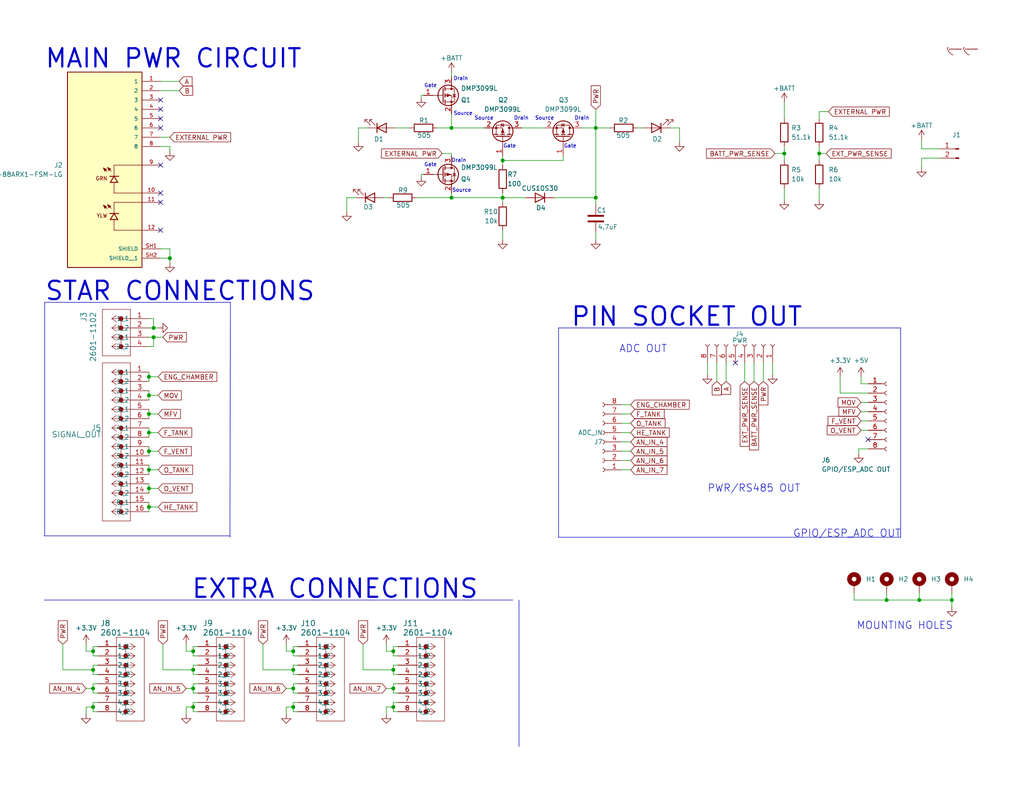
<source format=kicad_sch>
(kicad_sch (version 20250114) (generator "eeschema") (generator_version "9.0")
  (paper "A")
  (lib_symbols
    (symbol "2601_1102:2601-1102" (pin_names (offset 0.254))
      (property "Reference" "J" (at 8.89 6.35 0))
      (property "Value" "2601-1102" (at 0 0 0))
      (symbol "2601-1102_1_1"
        (pin unspecified line (at 0 0 0) (length 5.08) (name "1_1") (number "1"))
        (pin unspecified line (at 0 -2.54 0) (length 5.08) (name "1_2") (number "2"))
        (pin unspecified line (at 0 -5.08 0) (length 5.08) (name "2_1") (number "3"))
        (pin unspecified line (at 0 -7.62 0) (length 5.08) (name "2_2") (number "4"))
      )
    )
    (symbol "2601_1104:2601-1104" (pin_names (offset 0.254))
      (property "Reference" "J" (at 8.89 6.35 0))
      (property "Value" "2601-1104" (at 0 0 0))
      (symbol "2601-1104_1_1"
        (pin unspecified line (at 0 0 0) (length 5.08) (name "1_1") (number "1"))
        (pin unspecified line (at 0 -2.54 0) (length 5.08) (name "1_2") (number "2"))
        (pin unspecified line (at 0 -5.08 0) (length 5.08) (name "2_1") (number "3"))
        (pin unspecified line (at 0 -7.62 0) (length 5.08) (name "2_2") (number "4"))
        (pin unspecified line (at 0 -10.16 0) (length 5.08) (name "3_1") (number "5"))
        (pin unspecified line (at 0 -12.7 0) (length 5.08) (name "3_2") (number "6"))
        (pin unspecified line (at 0 -15.24 0) (length 5.08) (name "4_1") (number "7"))
        (pin unspecified line (at 0 -17.78 0) (length 5.08) (name "4_2") (number "8"))
      )
      (symbol "2601-1104_1_2"
        (pin unspecified line (at 0 0 0) (length 5.08) (name "1_1") (number "1"))
        (pin unspecified line (at 0 -2.54 0) (length 5.08) (name "1_2") (number "2"))
        (pin unspecified line (at 0 -5.08 0) (length 5.08) (name "2_1") (number "3"))
        (pin unspecified line (at 0 -7.62 0) (length 5.08) (name "2_2") (number "4"))
        (pin unspecified line (at 0 -10.16 0) (length 5.08) (name "3_1") (number "5"))
        (pin unspecified line (at 0 -12.7 0) (length 5.08) (name "3_2") (number "6"))
        (pin unspecified line (at 0 -15.24 0) (length 5.08) (name "4_1") (number "7"))
        (pin unspecified line (at 0 -17.78 0) (length 5.08) (name "4_2") (number "8"))
      )
    )
    (symbol "Connector:Conn_01x02_Pin" (pin_names (offset 1.016) (hide yes))
      (property "Reference" "J" (at 0 2.54 0))
      (property "Value" "Conn_01x02_Pin" (at 0 -5.08 0))
      (symbol "Conn_01x02_Pin_1_1"
        (pin passive line (at 5.08 0 180) (length 3.81) (name "Pin_1") (number "1"))
        (pin passive line (at 5.08 -2.54 180) (length 3.81) (name "Pin_2") (number "2"))
      )
    )
    (symbol "Connector:Conn_01x08_Socket" (pin_names (offset 1.016) (hide yes))
      (property "Reference" "J" (at 0 10.16 0))
      (property "Value" "Conn_01x08_Socket" (at 0 -12.7 0))
      (symbol "Conn_01x08_Socket_1_1"
        (pin passive line (at -5.08 7.62 0) (length 3.81) (name "Pin_1") (number "1"))
        (pin passive line (at -5.08 5.08 0) (length 3.81) (name "Pin_2") (number "2"))
        (pin passive line (at -5.08 2.54 0) (length 3.81) (name "Pin_3") (number "3"))
        (pin passive line (at -5.08 0 0) (length 3.81) (name "Pin_4") (number "4"))
        (pin passive line (at -5.08 -2.54 0) (length 3.81) (name "Pin_5") (number "5"))
        (pin passive line (at -5.08 -5.08 0) (length 3.81) (name "Pin_6") (number "6"))
        (pin passive line (at -5.08 -7.62 0) (length 3.81) (name "Pin_7") (number "7"))
        (pin passive line (at -5.08 -10.16 0) (length 3.81) (name "Pin_8") (number "8"))
      )
    )
    (symbol "Device:C" (pin_numbers (hide yes)) (pin_names (offset 0.254))
      (property "Reference" "C" (at 0.635 2.54 0))
      (property "Value" "C" (at 0.635 -2.54 0))
      (symbol "C_1_1"
        (pin passive line (at 0 3.81 270) (length 2.794) (name "~") (number "1"))
        (pin passive line (at 0 -3.81 90) (length 2.794) (name "~") (number "2"))
      )
    )
    (symbol "Device:D" (pin_numbers (hide yes)) (pin_names (offset 1.016) (hide yes))
      (property "Reference" "D" (at 0 2.54 0))
      (property "Value" "D" (at 0 -2.54 0))
      (symbol "D_1_1"
        (pin passive line (at -3.81 0 0) (length 2.54) (name "K") (number "1"))
        (pin passive line (at 3.81 0 180) (length 2.54) (name "A") (number "2"))
      )
    )
    (symbol "Device:LED" (pin_numbers (hide yes)) (pin_names (offset 1.016) (hide yes))
      (property "Reference" "D" (at 0 2.54 0))
      (property "Value" "LED" (at 0 -2.54 0))
      (symbol "LED_1_1"
        (pin passive line (at -3.81 0 0) (length 2.54) (name "K") (number "1"))
        (pin passive line (at 3.81 0 180) (length 2.54) (name "A") (number "2"))
      )
    )
    (symbol "Device:Q_PMOS_GSD" (pin_names (offset 0) (hide yes))
      (property "Reference" "Q" (at 5.08 1.27 0))
      (property "Value" "Q_PMOS_GSD" (at 5.08 -1.27 0))
      (symbol "Q_PMOS_GSD_1_1"
        (pin input line (at -5.08 0 0) (length 2.54) (name "G") (number "1"))
        (pin passive line (at 2.54 5.08 270) (length 2.54) (name "D") (number "3"))
        (pin passive line (at 2.54 -5.08 90) (length 2.54) (name "S") (number "2"))
      )
    )
    (symbol "Device:R" (pin_numbers (hide yes)) (pin_names (offset 0))
      (property "Reference" "R" (at 2.032 0 90))
      (property "Value" "R" (at 0 0 90))
      (symbol "R_1_1"
        (pin passive line (at 0 3.81 270) (length 1.27) (name "~") (number "1"))
        (pin passive line (at 0 -3.81 90) (length 1.27) (name "~") (number "2"))
      )
    )
    (symbol "MTJ-88ARX1-FSM-LG:MTJ-88ARX1-FSM-LG" (pin_names (offset 1.016))
      (property "Reference" "J" (at -10.16 26.67 0))
      (property "Value" "MTJ-88ARX1-FSM-LG" (at -10.16 -29.21 0))
      (symbol "MTJ-88ARX1-FSM-LG_0_0"
        (text "GRN" (at -0.762 -3.048 0) (effects (font (size 1.016 1.016)) (justify left top)))
        (text "YLW" (at -0.762 -13.208 0) (effects (font (size 1.016 1.016)) (justify left top)))
        (pin passive line (at -15.24 22.86 0) (length 5.08) (name "1") (number "1"))
        (pin passive line (at -15.24 20.32 0) (length 5.08) (name "2") (number "2"))
        (pin passive line (at -15.24 17.78 0) (length 5.08) (name "3") (number "3"))
        (pin passive line (at -15.24 15.24 0) (length 5.08) (name "4") (number "4"))
        (pin passive line (at -15.24 12.7 0) (length 5.08) (name "5") (number "5"))
        (pin passive line (at -15.24 10.16 0) (length 5.08) (name "6") (number "6"))
        (pin passive line (at -15.24 7.62 0) (length 5.08) (name "7") (number "7"))
        (pin passive line (at -15.24 5.08 0) (length 5.08) (name "8") (number "8"))
        (pin passive line (at -15.24 0 0) (length 5.08) (name "~") (number "9"))
        (pin passive line (at -15.24 -7.62 0) (length 5.08) (name "~") (number "10"))
        (pin passive line (at -15.24 -10.16 0) (length 5.08) (name "~") (number "11"))
        (pin passive line (at -15.24 -17.78 0) (length 5.08) (name "~") (number "12"))
        (pin passive line (at -15.24 -22.86 0) (length 5.08) (name "SHIELD") (number "SH1"))
        (pin passive line (at -15.24 -25.4 0) (length 5.08) (name "SHIELD__1") (number "SH2"))
      )
    )
    (symbol "Mechanical:MountingHole_Pad" (pin_numbers (hide yes)) (pin_names (offset 1.016) (hide yes))
      (property "Reference" "H" (at 0 6.35 0))
      (property "Value" "MountingHole_Pad" (at 0 4.445 0))
      (symbol "MountingHole_Pad_1_1"
        (pin input line (at 0 -2.54 90) (length 2.54) (name "1") (number "1"))
      )
    )
    (symbol "RP Logo:LOGO" (pin_names (offset 1.016)))
    (symbol "Wago_2601_1108:2601-1108" (pin_names (offset 0.254))
      (property "Reference" "J" (at 8.89 6.35 0))
      (property "Value" "2601-1108" (at 0 0 0))
      (symbol "2601-1108_1_1"
        (pin unspecified line (at 0 0 0) (length 5.08) (name "1_1") (number "1"))
        (pin unspecified line (at 0 -2.54 0) (length 5.08) (name "1_2") (number "2"))
        (pin unspecified line (at 0 -5.08 0) (length 5.08) (name "2_1") (number "3"))
        (pin unspecified line (at 0 -7.62 0) (length 5.08) (name "2_2") (number "4"))
        (pin unspecified line (at 0 -10.16 0) (length 5.08) (name "3_1") (number "5"))
        (pin unspecified line (at 0 -12.7 0) (length 5.08) (name "3_2") (number "6"))
        (pin unspecified line (at 0 -15.24 0) (length 5.08) (name "4_1") (number "7"))
        (pin unspecified line (at 0 -17.78 0) (length 5.08) (name "4_2") (number "8"))
        (pin unspecified line (at 0 -20.32 0) (length 5.08) (name "5_1") (number "9"))
        (pin unspecified line (at 0 -22.86 0) (length 5.08) (name "5_2") (number "10"))
        (pin unspecified line (at 0 -25.4 0) (length 5.08) (name "6_1") (number "11"))
        (pin unspecified line (at 0 -27.94 0) (length 5.08) (name "6_2") (number "12"))
        (pin unspecified line (at 0 -30.48 0) (length 5.08) (name "7_1") (number "13"))
        (pin unspecified line (at 0 -33.02 0) (length 5.08) (name "7_2") (number "14"))
        (pin unspecified line (at 0 -35.56 0) (length 5.08) (name "8_1") (number "15"))
        (pin unspecified line (at 0 -38.1 0) (length 5.08) (name "8_2") (number "16"))
      )
    )
    (symbol "power:+3.3V" (power) (pin_names (offset 0))
      (property "Value" "+3.3V" (at 0 3.556 0))
      (symbol "+3.3V_1_1"
        (pin power_in line (at 0 0 90) (length 0) (hide yes) (name "+3.3V") (number "1"))
      )
    )
    (symbol "power:+5V" (power) (pin_names (offset 0))
      (property "Value" "+5V" (at 0 3.556 0))
      (symbol "+5V_1_1"
        (pin power_in line (at 0 0 90) (length 0) (hide yes) (name "+5V") (number "1"))
      )
    )
    (symbol "power:+BATT" (power) (pin_numbers (hide yes)) (pin_names (offset 0) (hide yes))
      (property "Value" "+BATT" (at 0 3.556 0))
      (symbol "+BATT_1_1"
        (pin power_in line (at 0 0 90) (length 0) (name "~") (number "1"))
      )
    )
    (symbol "power:GND" (power) (pin_names (offset 0))
      (property "Value" "GND" (at 0 -3.81 0))
      (symbol "GND_1_1"
        (pin power_in line (at 0 0 270) (length 0) (hide yes) (name "GND") (number "1"))
      )
    )
  )
  (text "Gate" (at 117.475 45.085 0) (effects (font (size 1 1))))
  (text "Gate" (at 117.475 23.495 0) (effects (font (size 1 1))))
  (text "GPIO/ESP_ADC OUT" (at 245.872 146.939 0) (effects (font (size 2 2)) (justify right bottom)))
  (text "Drain" (at 125.73 21.59 0) (effects (font (size 1 1))))
  (text "Drain" (at 158.75 32.385 0) (effects (font (size 1 1))))
  (text "Source\n" (at 132.08 32.385 0) (effects (font (size 1 1))))
  (text "Source\n" (at 126.365 31.115 0) (effects (font (size 1 1))))
  (text "MOUNTING HOLES" (at 233.68 172.085 0) (effects (font (size 2 2)) (justify left bottom)))
  (text "PWR/RS485 OUT" (at 218.44 134.62 0) (effects (font (size 2 2)) (justify right bottom)))
  (text "Gate" (at 155.575 40.005 0) (effects (font (size 1 1))))
  (text "Gate" (at 139.065 40.005 0) (effects (font (size 1 1))))
  (text "MAIN PWR CIRCUIT" (at 12.065 19.05 0) (effects (font (size 5 5) (thickness 0.6) (bold yes)) (justify left bottom)))
  (text "ADC OUT" (at 168.91 96.52 0) (effects (font (size 2 2)) (justify left bottom)))
  (text "STAR CONNECTIONS" (at 12.065 82.55 0) (effects (font (size 5 5) (thickness 0.6) (bold yes)) (justify left bottom)))
  (text "EXTRA CONNECTIONS" (at 52.07 163.83 0) (effects (font (size 5 5) (thickness 0.6) (bold yes)) (justify left bottom)))
  (text "Source\n" (at 148.59 32.385 0) (effects (font (size 1 1))))
  (text "Source\n" (at 125.984 52.07 0) (effects (font (size 1 1))))
  (text "PIN SOCKET OUT" (at 155.575 89.535 0) (effects (font (size 5 5) (thickness 0.6) (bold yes)) (justify left bottom)))
  (text "Drain" (at 142.24 32.385 0) (effects (font (size 1 1))))
  (text "Drain" (at 125.222 43.942 0) (effects (font (size 1 1))))
  (junction (at 107.315 187.96))
  (junction (at 25.4 187.96))
  (junction (at 25.4 193.04))
  (junction (at 259.715 163.83))
  (junction (at 80.01 187.96))
  (junction (at 40.64 102.87))
  (junction (at 25.4 182.88))
  (junction (at 52.705 182.88))
  (junction (at 80.01 193.04))
  (junction (at 40.64 123.19))
  (junction (at 162.56 53.975))
  (junction (at 80.01 177.8))
  (junction (at 123.19 53.975))
  (junction (at 123.19 34.925))
  (junction (at 213.995 41.91))
  (junction (at 41.91 89.535))
  (junction (at 241.935 163.83))
  (junction (at 137.16 53.975))
  (junction (at 107.315 193.04))
  (junction (at 25.4 177.8))
  (junction (at 40.64 133.35))
  (junction (at 137.16 43.815))
  (junction (at 46.355 70.485))
  (junction (at 40.64 113.03))
  (junction (at 107.315 182.88))
  (junction (at 52.705 187.96))
  (junction (at 223.52 41.91))
  (junction (at 52.705 193.04))
  (junction (at 41.91 92.075))
  (junction (at 52.705 177.8))
  (junction (at 40.64 107.95))
  (junction (at 40.64 128.27))
  (junction (at 162.56 34.925))
  (junction (at 40.64 138.43))
  (junction (at 80.01 182.88))
  (junction (at 107.315 177.8))
  (junction (at 250.825 163.83))
  (junction (at 40.64 118.11))
  (no_connect (at 43.815 27.305))
  (no_connect (at 43.815 62.865))
  (no_connect (at 200.66 99.06))
  (no_connect (at 236.855 120.015))
  (no_connect (at 43.815 45.085))
  (no_connect (at 43.815 32.385))
  (no_connect (at 43.815 29.845))
  (no_connect (at 43.815 34.925))
  (no_connect (at 43.815 52.705))
  (no_connect (at 43.815 55.245))
  (wire (pts (xy 53.975 194.31) (xy 52.705 194.31)))
  (wire (pts (xy 53.975 189.23) (xy 52.705 189.23)))
  (wire (pts (xy 236.855 107.315) (xy 229.235 107.315)))
  (wire (pts (xy 52.705 179.07) (xy 52.705 177.8)))
  (wire (pts (xy 225.425 41.91) (xy 223.52 41.91)))
  (wire (pts (xy 114.935 26.035) (xy 114.935 26.67)))
  (wire (pts (xy 46.355 37.465) (xy 43.815 37.465)))
  (wire (pts (xy 40.64 106.68) (xy 40.64 107.95)))
  (wire (pts (xy 104.775 53.975) (xy 106.045 53.975)))
  (wire (pts (xy 123.19 34.925) (xy 132.08 34.925)))
  (wire (pts (xy 17.145 182.88) (xy 25.4 182.88)))
  (wire (pts (xy 213.995 27.94) (xy 213.995 32.385)))
  (wire (pts (xy 26.67 194.31) (xy 25.4 194.31)))
  (wire (pts (xy 120.65 41.91) (xy 123.19 41.91)))
  (wire (pts (xy 17.145 175.895) (xy 17.145 182.88)))
  (wire (pts (xy 213.995 43.815) (xy 213.995 41.91)))
  (wire (pts (xy 81.28 176.53) (xy 80.01 176.53)))
  (wire (pts (xy 153.67 42.545) (xy 153.67 43.815)))
  (wire (pts (xy 119.38 34.925) (xy 123.19 34.925)))
  (wire (pts (xy 43.815 67.945) (xy 46.355 67.945)))
  (wire (pts (xy 81.28 194.31) (xy 80.01 194.31)))
  (wire (pts (xy 94.615 53.975) (xy 97.155 53.975)))
  (wire (pts (xy 52.705 181.61) (xy 52.705 182.88)))
  (wire (pts (xy 25.4 181.61) (xy 25.4 182.88)))
  (polyline (pts (xy 152.4 146.685) (xy 245.745 146.685)))
  (wire (pts (xy 108.585 194.31) (xy 107.315 194.31)))
  (wire (pts (xy 40.64 137.16) (xy 40.64 138.43)))
  (wire (pts (xy 107.315 191.77) (xy 107.315 193.04)))
  (wire (pts (xy 99.06 175.895) (xy 99.06 182.88)))
  (wire (pts (xy 108.585 189.23) (xy 107.315 189.23)))
  (wire (pts (xy 50.8 194.945) (xy 50.8 193.04)))
  (wire (pts (xy 53.975 176.53) (xy 52.705 176.53)))
  (wire (pts (xy 241.935 161.925) (xy 241.935 163.83)))
  (wire (pts (xy 40.64 111.76) (xy 40.64 113.03)))
  (wire (pts (xy 46.355 70.485) (xy 46.355 71.755)))
  (wire (pts (xy 81.28 189.23) (xy 80.01 189.23)))
  (wire (pts (xy 26.67 191.77) (xy 25.4 191.77)))
  (wire (pts (xy 50.8 175.895) (xy 50.8 177.8)))
  (wire (pts (xy 53.975 181.61) (xy 52.705 181.61)))
  (wire (pts (xy 108.585 181.61) (xy 107.315 181.61)))
  (wire (pts (xy 107.315 179.07) (xy 107.315 177.8)))
  (wire (pts (xy 105.41 194.945) (xy 105.41 193.04)))
  (polyline (pts (xy 12.065 146.304) (xy 62.738 146.304)))
  (polyline (pts (xy 12.192 82.55) (xy 12.192 146.304)))
  (wire (pts (xy 40.64 118.11) (xy 40.64 119.38)))
  (wire (pts (xy 40.64 128.27) (xy 40.64 129.54)))
  (wire (pts (xy 71.755 182.88) (xy 80.01 182.88)))
  (wire (pts (xy 25.4 189.23) (xy 25.4 187.96)))
  (wire (pts (xy 250.825 161.925) (xy 250.825 163.83)))
  (wire (pts (xy 236.855 122.555) (xy 234.315 122.555)))
  (wire (pts (xy 137.16 43.815) (xy 153.67 43.815)))
  (wire (pts (xy 23.495 194.945) (xy 23.495 193.04)))
  (wire (pts (xy 81.28 191.77) (xy 80.01 191.77)))
  (wire (pts (xy 229.235 102.87) (xy 229.235 107.315)))
  (wire (pts (xy 234.95 104.775) (xy 234.95 102.87)))
  (wire (pts (xy 114.935 47.625) (xy 115.57 47.625)))
  (wire (pts (xy 151.13 53.975) (xy 162.56 53.975)))
  (wire (pts (xy 107.315 176.53) (xy 107.315 177.8)))
  (wire (pts (xy 251.46 38.1) (xy 251.46 40.64)))
  (wire (pts (xy 241.935 163.83) (xy 250.825 163.83)))
  (wire (pts (xy 26.67 181.61) (xy 25.4 181.61)))
  (wire (pts (xy 40.64 92.075) (xy 41.91 92.075)))
  (wire (pts (xy 40.64 132.08) (xy 40.64 133.35)))
  (wire (pts (xy 123.19 41.91) (xy 123.19 42.545)))
  (wire (pts (xy 52.705 186.69) (xy 52.705 187.96)))
  (wire (pts (xy 52.705 184.15) (xy 52.705 182.88)))
  (wire (pts (xy 26.67 184.15) (xy 25.4 184.15)))
  (polyline (pts (xy 152.4 89.535) (xy 152.4 146.685)))
  (wire (pts (xy 53.975 179.07) (xy 52.705 179.07)))
  (wire (pts (xy 43.18 123.19) (xy 40.64 123.19)))
  (wire (pts (xy 53.975 184.15) (xy 52.705 184.15)))
  (wire (pts (xy 203.2 99.06) (xy 203.2 104.14)))
  (wire (pts (xy 43.18 128.27) (xy 40.64 128.27)))
  (wire (pts (xy 234.95 109.855) (xy 236.855 109.855)))
  (wire (pts (xy 105.41 193.04) (xy 107.315 193.04)))
  (wire (pts (xy 123.19 53.975) (xy 137.16 53.975)))
  (wire (pts (xy 25.4 179.07) (xy 25.4 177.8)))
  (wire (pts (xy 123.19 31.115) (xy 123.19 34.925)))
  (wire (pts (xy 23.495 175.895) (xy 23.495 177.8)))
  (wire (pts (xy 198.12 104.14) (xy 198.12 99.06)))
  (wire (pts (xy 94.615 53.975) (xy 94.615 57.785)))
  (wire (pts (xy 52.705 194.31) (xy 52.705 193.04)))
  (wire (pts (xy 172.085 113.03) (xy 169.545 113.03)))
  (wire (pts (xy 26.67 179.07) (xy 25.4 179.07)))
  (wire (pts (xy 23.495 187.96) (xy 25.4 187.96)))
  (wire (pts (xy 223.52 43.815) (xy 223.52 41.91)))
  (wire (pts (xy 123.19 19.685) (xy 123.19 20.955)))
  (wire (pts (xy 44.45 182.88) (xy 52.705 182.88)))
  (wire (pts (xy 81.28 184.15) (xy 80.01 184.15)))
  (wire (pts (xy 50.8 193.04) (xy 52.705 193.04)))
  (wire (pts (xy 41.91 92.075) (xy 44.45 92.075)))
  (wire (pts (xy 41.91 89.535) (xy 40.64 89.535)))
  (wire (pts (xy 23.495 177.8) (xy 25.4 177.8)))
  (wire (pts (xy 137.16 52.705) (xy 137.16 53.975)))
  (wire (pts (xy 26.67 189.23) (xy 25.4 189.23)))
  (wire (pts (xy 173.99 34.925) (xy 175.26 34.925)))
  (wire (pts (xy 78.105 175.895) (xy 78.105 177.8)))
  (wire (pts (xy 78.105 193.04) (xy 80.01 193.04)))
  (wire (pts (xy 40.64 113.03) (xy 40.64 114.3)))
  (wire (pts (xy 137.16 43.815) (xy 137.16 45.085)))
  (wire (pts (xy 226.06 30.48) (xy 223.52 30.48)))
  (wire (pts (xy 80.01 184.15) (xy 80.01 182.88)))
  (polyline (pts (xy 245.745 146.685) (xy 245.745 89.535)))
  (wire (pts (xy 108.585 191.77) (xy 107.315 191.77)))
  (wire (pts (xy 107.315 181.61) (xy 107.315 182.88)))
  (wire (pts (xy 40.64 123.19) (xy 40.64 124.46)))
  (wire (pts (xy 213.995 51.435) (xy 213.995 54.61)))
  (wire (pts (xy 97.79 34.925) (xy 100.33 34.925)))
  (wire (pts (xy 46.355 40.005) (xy 43.815 40.005)))
  (wire (pts (xy 25.4 176.53) (xy 25.4 177.8)))
  (wire (pts (xy 50.8 187.96) (xy 52.705 187.96)))
  (wire (pts (xy 71.755 175.895) (xy 71.755 182.88)))
  (wire (pts (xy 80.01 194.31) (xy 80.01 193.04)))
  (wire (pts (xy 40.64 94.615) (xy 41.91 94.615)))
  (wire (pts (xy 78.105 177.8) (xy 80.01 177.8)))
  (wire (pts (xy 108.585 179.07) (xy 107.315 179.07)))
  (wire (pts (xy 80.01 179.07) (xy 80.01 177.8)))
  (wire (pts (xy 97.79 34.925) (xy 97.79 38.735)))
  (wire (pts (xy 78.105 187.96) (xy 80.01 187.96)))
  (wire (pts (xy 137.16 53.975) (xy 137.16 55.245)))
  (wire (pts (xy 233.045 161.925) (xy 233.045 163.83)))
  (wire (pts (xy 233.045 163.83) (xy 241.935 163.83)))
  (wire (pts (xy 105.41 175.895) (xy 105.41 177.8)))
  (wire (pts (xy 234.95 114.935) (xy 236.855 114.935)))
  (wire (pts (xy 107.315 186.69) (xy 107.315 187.96)))
  (wire (pts (xy 48.895 24.765) (xy 43.815 24.765)))
  (wire (pts (xy 205.74 99.06) (xy 205.74 104.14)))
  (wire (pts (xy 223.52 30.48) (xy 223.52 32.385)))
  (wire (pts (xy 46.355 67.945) (xy 46.355 70.485)))
  (wire (pts (xy 142.24 34.925) (xy 148.59 34.925)))
  (wire (pts (xy 44.45 175.895) (xy 44.45 182.88)))
  (wire (pts (xy 107.315 184.15) (xy 107.315 182.88)))
  (wire (pts (xy 25.4 191.77) (xy 25.4 193.04)))
  (wire (pts (xy 193.04 99.06) (xy 193.04 102.235)))
  (wire (pts (xy 105.41 187.96) (xy 107.315 187.96)))
  (wire (pts (xy 234.315 122.555) (xy 234.315 123.825)))
  (wire (pts (xy 113.665 53.975) (xy 123.19 53.975)))
  (wire (pts (xy 185.42 34.925) (xy 185.42 38.735)))
  (wire (pts (xy 137.16 62.865) (xy 137.16 65.405)))
  (wire (pts (xy 114.935 47.625) (xy 114.935 48.26)))
  (wire (pts (xy 53.975 191.77) (xy 52.705 191.77)))
  (wire (pts (xy 40.64 102.87) (xy 40.64 104.14)))
  (wire (pts (xy 43.18 102.87) (xy 40.64 102.87)))
  (wire (pts (xy 108.585 176.53) (xy 107.315 176.53)))
  (polyline (pts (xy 12.065 163.83) (xy 139.954 163.83)))
  (wire (pts (xy 40.64 86.995) (xy 41.91 86.995)))
  (wire (pts (xy 53.975 186.69) (xy 52.705 186.69)))
  (wire (pts (xy 80.01 176.53) (xy 80.01 177.8)))
  (wire (pts (xy 195.58 104.14) (xy 195.58 99.06)))
  (wire (pts (xy 234.95 104.775) (xy 236.855 104.775)))
  (wire (pts (xy 234.95 117.475) (xy 236.855 117.475)))
  (wire (pts (xy 259.715 165.735) (xy 259.715 163.83)))
  (wire (pts (xy 26.67 186.69) (xy 25.4 186.69)))
  (wire (pts (xy 208.28 104.14) (xy 208.28 99.06)))
  (wire (pts (xy 162.56 34.925) (xy 166.37 34.925)))
  (wire (pts (xy 108.585 184.15) (xy 107.315 184.15)))
  (polyline (pts (xy 152.4 89.535) (xy 245.745 89.535)))
  (wire (pts (xy 172.085 125.73) (xy 169.545 125.73)))
  (wire (pts (xy 213.995 41.91) (xy 213.995 40.005)))
  (wire (pts (xy 172.085 110.49) (xy 169.545 110.49)))
  (wire (pts (xy 107.315 189.23) (xy 107.315 187.96)))
  (wire (pts (xy 162.56 34.925) (xy 162.56 53.975)))
  (wire (pts (xy 81.28 181.61) (xy 80.01 181.61)))
  (wire (pts (xy 185.42 34.925) (xy 182.88 34.925)))
  (wire (pts (xy 52.705 191.77) (xy 52.705 193.04)))
  (wire (pts (xy 48.895 22.225) (xy 43.815 22.225)))
  (wire (pts (xy 40.64 127) (xy 40.64 128.27)))
  (wire (pts (xy 52.705 189.23) (xy 52.705 187.96)))
  (wire (pts (xy 40.64 138.43) (xy 40.64 139.7)))
  (wire (pts (xy 43.18 113.03) (xy 40.64 113.03)))
  (wire (pts (xy 80.01 189.23) (xy 80.01 187.96)))
  (wire (pts (xy 211.455 41.91) (xy 213.995 41.91)))
  (wire (pts (xy 108.585 186.69) (xy 107.315 186.69)))
  (wire (pts (xy 105.41 177.8) (xy 107.315 177.8)))
  (polyline (pts (xy 62.738 146.685) (xy 62.865 82.55)))
  (wire (pts (xy 172.085 128.27) (xy 169.545 128.27)))
  (wire (pts (xy 25.4 186.69) (xy 25.4 187.96)))
  (wire (pts (xy 26.67 176.53) (xy 25.4 176.53)))
  (wire (pts (xy 43.18 118.11) (xy 40.64 118.11)))
  (wire (pts (xy 81.28 179.07) (xy 80.01 179.07)))
  (wire (pts (xy 52.705 176.53) (xy 52.705 177.8)))
  (wire (pts (xy 80.01 186.69) (xy 80.01 187.96)))
  (wire (pts (xy 43.18 133.35) (xy 40.64 133.35)))
  (wire (pts (xy 259.715 163.83) (xy 259.715 161.925)))
  (wire (pts (xy 162.56 29.845) (xy 162.56 34.925)))
  (wire (pts (xy 107.95 34.925) (xy 111.76 34.925)))
  (wire (pts (xy 223.52 51.435) (xy 223.52 54.61)))
  (wire (pts (xy 123.19 52.705) (xy 123.19 53.975)))
  (wire (pts (xy 172.085 120.65) (xy 169.545 120.65)))
  (wire (pts (xy 223.52 41.91) (xy 223.52 40.005)))
  (wire (pts (xy 40.64 116.84) (xy 40.64 118.11)))
  (wire (pts (xy 40.64 121.92) (xy 40.64 123.19)))
  (wire (pts (xy 23.495 193.04) (xy 25.4 193.04)))
  (wire (pts (xy 251.46 43.18) (xy 251.46 45.72)))
  (wire (pts (xy 99.06 182.88) (xy 107.315 182.88)))
  (wire (pts (xy 172.085 123.19) (xy 169.545 123.19)))
  (wire (pts (xy 80.01 181.61) (xy 80.01 182.88)))
  (wire (pts (xy 46.355 70.485) (xy 43.815 70.485)))
  (wire (pts (xy 80.01 191.77) (xy 80.01 193.04)))
  (wire (pts (xy 250.825 163.83) (xy 259.715 163.83)))
  (wire (pts (xy 43.18 107.95) (xy 40.64 107.95)))
  (wire (pts (xy 43.18 89.535) (xy 41.91 89.535)))
  (polyline (pts (xy 141.605 203.835) (xy 141.605 163.83)))
  (wire (pts (xy 40.64 101.6) (xy 40.64 102.87)))
  (wire (pts (xy 172.085 115.57) (xy 169.545 115.57)))
  (wire (pts (xy 78.105 194.945) (xy 78.105 193.04)))
  (wire (pts (xy 41.91 94.615) (xy 41.91 92.075)))
  (polyline (pts (xy 12.192 82.55) (xy 62.865 82.55)))
  (wire (pts (xy 162.56 63.5) (xy 162.56 65.405)))
  (wire (pts (xy 81.28 186.69) (xy 80.01 186.69)))
  (wire (pts (xy 40.64 107.95) (xy 40.64 109.22)))
  (wire (pts (xy 43.18 138.43) (xy 40.64 138.43)))
  (wire (pts (xy 256.54 40.64) (xy 251.46 40.64)))
  (wire (pts (xy 46.355 40.005) (xy 46.355 41.275)))
  (wire (pts (xy 137.16 53.975) (xy 143.51 53.975)))
  (wire (pts (xy 234.95 112.395) (xy 236.855 112.395)))
  (wire (pts (xy 162.56 55.88) (xy 162.56 53.975)))
  (wire (pts (xy 107.315 194.31) (xy 107.315 193.04)))
  (wire (pts (xy 172.085 118.11) (xy 169.545 118.11)))
  (wire (pts (xy 158.75 34.925) (xy 162.56 34.925)))
  (wire (pts (xy 256.54 43.18) (xy 251.46 43.18)))
  (wire (pts (xy 210.82 102.235) (xy 210.82 99.06)))
  (wire (pts (xy 137.16 42.545) (xy 137.16 43.815)))
  (wire (pts (xy 25.4 194.31) (xy 25.4 193.04)))
  (wire (pts (xy 41.91 86.995) (xy 41.91 89.535)))
  (wire (pts (xy 25.4 184.15) (xy 25.4 182.88)))
  (wire (pts (xy 40.64 133.35) (xy 40.64 134.62)))
  (wire (pts (xy 114.935 26.035) (xy 115.57 26.035)))
  (wire (pts (xy 50.8 177.8) (xy 52.705 177.8)))
  (global_label "B" (shape input) (at 195.58 104.14 270) (property "Intersheetrefs" "${INTERSHEET_REFS}" (effects (hide yes))))
  (global_label "EXTERNAL PWR" (shape input) (at 46.355 37.465 0) (property "Intersheetrefs" "${INTERSHEET_REFS}" (effects (hide yes))))
  (global_label "EXTERNAL PWR" (shape input) (at 120.65 41.91 180) (property "Intersheetrefs" "${INTERSHEET_REFS}" (effects (hide yes))))
  (global_label "AN_IN_7" (shape input) (at 172.085 128.27 0) (property "Intersheetrefs" "${INTERSHEET_REFS}" (effects (hide yes))))
  (global_label "EXT_PWR_SENSE" (shape input) (at 203.2 104.14 270) (property "Intersheetrefs" "${INTERSHEET_REFS}" (effects (hide yes))))
  (global_label "PWR" (shape input) (at 71.755 175.895 90) (property "Intersheetrefs" "${INTERSHEET_REFS}" (effects (hide yes))))
  (global_label "MOV" (shape input) (at 234.95 109.855 180) (property "Intersheetrefs" "${INTERSHEET_REFS}" (effects (hide yes))))
  (global_label "O_TANK" (shape input) (at 172.085 115.57 0) (property "Intersheetrefs" "${INTERSHEET_REFS}" (effects (hide yes))))
  (global_label "F_TANK" (shape input) (at 43.18 118.11 0) (property "Intersheetrefs" "${INTERSHEET_REFS}" (effects (hide yes))))
  (global_label "HE_TANK" (shape input) (at 43.18 138.43 0) (property "Intersheetrefs" "${INTERSHEET_REFS}" (effects (hide yes))))
  (global_label "AN_IN_4" (shape input) (at 172.085 120.65 0) (property "Intersheetrefs" "${INTERSHEET_REFS}" (effects (hide yes))))
  (global_label "PWR" (shape input) (at 208.28 104.14 270) (property "Intersheetrefs" "${INTERSHEET_REFS}" (effects (hide yes))))
  (global_label "O_TANK" (shape input) (at 43.18 128.27 0) (property "Intersheetrefs" "${INTERSHEET_REFS}" (effects (hide yes))))
  (global_label "AN_IN_5" (shape input) (at 50.8 187.96 180) (property "Intersheetrefs" "${INTERSHEET_REFS}" (effects (hide yes))))
  (global_label "AN_IN_4" (shape input) (at 23.495 187.96 180) (property "Intersheetrefs" "${INTERSHEET_REFS}" (effects (hide yes))))
  (global_label "B" (shape input) (at 48.895 24.765 0) (property "Intersheetrefs" "${INTERSHEET_REFS}" (effects (hide yes))))
  (global_label "MFV" (shape input) (at 234.95 112.395 180) (property "Intersheetrefs" "${INTERSHEET_REFS}" (effects (hide yes))))
  (global_label "F_TANK" (shape input) (at 172.085 113.03 0) (property "Intersheetrefs" "${INTERSHEET_REFS}" (effects (hide yes))))
  (global_label "BATT_PWR_SENSE" (shape input) (at 205.74 104.14 270) (property "Intersheetrefs" "${INTERSHEET_REFS}" (effects (hide yes))))
  (global_label "HE_TANK" (shape input) (at 172.085 118.11 0) (property "Intersheetrefs" "${INTERSHEET_REFS}" (effects (hide yes))))
  (global_label "PWR" (shape input) (at 44.45 92.075 0) (property "Intersheetrefs" "${INTERSHEET_REFS}" (effects (hide yes))))
  (global_label "EXT_PWR_SENSE" (shape input) (at 225.425 41.91 0) (property "Intersheetrefs" "${INTERSHEET_REFS}" (effects (hide yes))))
  (global_label "PWR" (shape input) (at 44.45 175.895 90) (property "Intersheetrefs" "${INTERSHEET_REFS}" (effects (hide yes))))
  (global_label "PWR" (shape input) (at 162.56 29.845 90) (property "Intersheetrefs" "${INTERSHEET_REFS}" (effects (hide yes))))
  (global_label "A" (shape input) (at 48.895 22.225 0) (property "Intersheetrefs" "${INTERSHEET_REFS}" (effects (hide yes))))
  (global_label "AN_IN_6" (shape input) (at 172.085 125.73 0) (property "Intersheetrefs" "${INTERSHEET_REFS}" (effects (hide yes))))
  (global_label "MFV" (shape input) (at 43.18 113.03 0) (property "Intersheetrefs" "${INTERSHEET_REFS}" (effects (hide yes))))
  (global_label "EXTERNAL PWR" (shape input) (at 226.06 30.48 0) (property "Intersheetrefs" "${INTERSHEET_REFS}" (effects (hide yes))))
  (global_label "PWR" (shape input) (at 17.145 175.895 90) (property "Intersheetrefs" "${INTERSHEET_REFS}" (effects (hide yes))))
  (global_label "F_VENT" (shape input) (at 43.18 123.19 0) (property "Intersheetrefs" "${INTERSHEET_REFS}" (effects (hide yes))))
  (global_label "A" (shape input) (at 198.12 104.14 270) (property "Intersheetrefs" "${INTERSHEET_REFS}" (effects (hide yes))))
  (global_label "AN_IN_6" (shape input) (at 78.105 187.96 180) (property "Intersheetrefs" "${INTERSHEET_REFS}" (effects (hide yes))))
  (global_label "O_VENT" (shape input) (at 234.95 117.475 180) (property "Intersheetrefs" "${INTERSHEET_REFS}" (effects (hide yes))))
  (global_label "BATT_PWR_SENSE" (shape input) (at 211.455 41.91 180) (property "Intersheetrefs" "${INTERSHEET_REFS}" (effects (hide yes))))
  (global_label "ENG_CHAMBER" (shape input) (at 172.085 110.49 0) (property "Intersheetrefs" "${INTERSHEET_REFS}" (effects (hide yes))))
  (global_label "O_VENT" (shape input) (at 43.18 133.35 0) (property "Intersheetrefs" "${INTERSHEET_REFS}" (effects (hide yes))))
  (global_label "ENG_CHAMBER" (shape input) (at 43.18 102.87 0) (property "Intersheetrefs" "${INTERSHEET_REFS}" (effects (hide yes))))
  (global_label "AN_IN_5" (shape input) (at 172.085 123.19 0) (property "Intersheetrefs" "${INTERSHEET_REFS}" (effects (hide yes))))
  (global_label "MOV" (shape input) (at 43.18 107.95 0) (property "Intersheetrefs" "${INTERSHEET_REFS}" (effects (hide yes))))
  (global_label "AN_IN_7" (shape input) (at 105.41 187.96 180) (property "Intersheetrefs" "${INTERSHEET_REFS}" (effects (hide yes))))
  (global_label "F_VENT" (shape input) (at 234.95 114.935 180) (property "Intersheetrefs" "${INTERSHEET_REFS}" (effects (hide yes))))
  (global_label "PWR" (shape input) (at 99.06 175.895 90) (property "Intersheetrefs" "${INTERSHEET_REFS}" (effects (hide yes))))
  (symbol (lib_id "power:GND") (at 223.52 54.61 0) (mirror y) (unit 1)
    (property "Reference" "#PWR013" (effects (hide yes)))
    (property "Value" "GND" (effects (hide yes)))
    (property "Description" "Power symbol creates a global label with name \"GND\" , ground" (effects (hide yes)))
  )
  (symbol (lib_id "power:GND") (at 213.995 54.61 0) (mirror y) (unit 1)
    (property "Reference" "#PWR012" (effects (hide yes)))
    (property "Value" "GND" (effects (hide yes)))
    (property "Description" "Power symbol creates a global label with name \"GND\" , ground" (effects (hide yes)))
  )
  (symbol (lib_id "2601_1104:2601-1104") (at 26.67 176.53 0) (unit 1)
    (property "Reference" "J8" (at 27.305 170.18 0) (effects (font (size 1.524 1.524)) (justify left)))
    (property "Value" "2601-1104" (at 27.305 172.72 0) (effects (font (size 1.524 1.524)) (justify left)))
    (property "Footprint" "WAGO 2601-1104:CONN4_2601-1104_WAG" (effects (hide yes)))
    (property "Datasheet" "2601-1104" (effects (hide yes)))
  )
  (symbol (lib_id "2601_1104:2601-1104") (at 53.975 176.53 0) (unit 1)
    (property "Reference" "J9" (at 55.245 170.18 0) (effects (font (size 1.524 1.524)) (justify left)))
    (property "Value" "2601-1104" (at 55.245 172.72 0) (effects (font (size 1.524 1.524)) (justify left)))
    (property "Footprint" "WAGO 2601-1104:CONN4_2601-1104_WAG" (effects (hide yes)))
    (property "Datasheet" "2601-1104" (effects (hide yes)))
  )
  (symbol (lib_id "2601_1104:2601-1104") (at 81.28 176.53 0) (unit 1)
    (property "Reference" "J10" (at 81.915 170.18 0) (effects (font (size 1.524 1.524)) (justify left)))
    (property "Value" "2601-1104" (at 81.915 172.72 0) (effects (font (size 1.524 1.524)) (justify left)))
    (property "Footprint" "WAGO 2601-1104:CONN4_2601-1104_WAG" (effects (hide yes)))
    (property "Datasheet" "2601-1104" (effects (hide yes)))
  )
  (symbol (lib_id "Device:Q_PMOS_GSD") (at 153.67 37.465 270) (mirror x) (unit 1)
    (property "Reference" "Q3" (at 152.4 27.305 90) (effects (justify left)))
    (property "Value" "DMP3099L" (at 148.59 29.845 90) (effects (justify left)))
    (property "Footprint" "Package_TO_SOT_SMD:SOT-23-3" (effects (hide yes)))
    (property "Description" "P-MOSFET transistor, gate/source/drain" (effects (hide yes)))
  )
  (symbol (lib_id "power:+3.3V") (at 105.41 175.895 0) (unit 1)
    (property "Reference" "#PWR029" (effects (hide yes)))
    (property "Value" "+3.3V" (at 105.41 171.45 0))
  )
  (symbol (lib_id "power:GND") (at 114.935 26.67 0) (unit 1)
    (property "Reference" "#PWR02" (effects (hide yes)))
    (property "Value" "GND" (effects (hide yes)))
    (property "Description" "Power symbol creates a global label with name \"GND\" , ground" (effects (hide yes)))
  )
  (symbol (lib_id "Connector:Conn_01x08_Socket") (at 203.2 93.98 270) (mirror x) (unit 1)
    (property "Reference" "J4" (at 202.946 91.186 90) (effects (justify right)))
    (property "Value" "PWR" (at 203.962 92.964 90) (effects (justify right)))
    (property "Footprint" "Connector_PinSocket_2.54mm:PinSocket_1x08_P2.54mm_Vertical" (effects (hide yes)))
    (property "Description" "Generic connector, single row, 01x08, script generated" (effects (hide yes)))
  )
  (symbol (lib_id "Device:LED") (at 100.965 53.975 0) (mirror x) (unit 1)
    (property "Reference" "D3" (at 100.457 56.515 0))
    (property "Value" "LED" (effects (hide yes)))
    (property "Footprint" "LED_SMD:LED_0805_2012Metric" (effects (hide yes)))
    (property "Description" "Light emitting diode" (effects (hide yes)))
  )
  (symbol (lib_id "power:GND") (at 251.46 45.72 0) (mirror y) (unit 1)
    (property "Reference" "#PWR09" (effects (hide yes)))
    (property "Value" "GND" (effects (hide yes)))
    (property "Description" "Power symbol creates a global label with name \"GND\" , ground" (effects (hide yes)))
  )
  (symbol (lib_id "Mechanical:MountingHole_Pad") (at 259.715 159.385 0) (unit 1)
    (property "Reference" "H4" (at 262.89 158.115 0) (effects (justify left)))
    (property "Value" "MountingHole_Pad" (effects (hide yes)))
    (property "Footprint" "MountingHole:MountingHole_3.2mm_M3_DIN965_Pad" (effects (hide yes)))
  )
  (symbol (lib_id "power:+3.3V") (at 50.8 175.895 0) (unit 1)
    (property "Reference" "#PWR027" (effects (hide yes)))
    (property "Value" "+3.3V" (at 50.8 171.45 0))
  )
  (symbol (lib_id "Device:LED") (at 104.14 34.925 0) (mirror x) (unit 1)
    (property "Reference" "D1" (at 103.378 37.973 0))
    (property "Value" "LED" (effects (hide yes)))
    (property "Footprint" "LED_SMD:LED_0805_2012Metric" (effects (hide yes)))
    (property "Description" "Light emitting diode" (effects (hide yes)))
  )
  (symbol (lib_id "Wago_2601_1108:2601-1108") (at 40.64 101.6 0) (mirror y) (unit 1)
    (property "Reference" "J5" (at 27.686 116.84 0) (effects (font (size 1.524 1.524)) (justify left)))
    (property "Value" "SIGNAL_OUT" (at 27.686 118.618 0) (effects (font (size 1.524 1.524)) (justify left)))
    (property "Footprint" "WAGO 2601-1108:CONN8_2601-1108_WAG" (effects (hide yes)))
    (property "Datasheet" "2601-1108" (effects (hide yes)))
  )
  (symbol (lib_id "Device:R") (at 137.16 59.055 0) (mirror y) (unit 1)
    (property "Reference" "R10" (at 135.89 57.785 0) (effects (justify left)))
    (property "Value" "10k" (at 135.89 60.325 0) (effects (justify left)))
    (property "Footprint" "Resistor_SMD:R_0805_2012Metric" (effects (hide yes)))
    (property "Description" "Resistor" (effects (hide yes)))
  )
  (symbol (lib_id "power:GND") (at 46.355 71.755 0) (mirror y) (unit 1)
    (property "Reference" "#PWR018" (effects (hide yes)))
    (property "Value" "GND" (effects (hide yes)))
    (property "Description" "Power symbol creates a global label with name \"GND\" , ground" (effects (hide yes)))
  )
  (symbol (lib_id "Device:R") (at 213.995 36.195 0) (unit 1)
    (property "Reference" "R3" (at 215.9 34.9249 0) (effects (justify left)))
    (property "Value" "51.1k" (at 215.9 37.4649 0) (effects (justify left)))
    (property "Footprint" "Resistor_SMD:R_0805_2012Metric" (effects (hide yes)))
    (property "Description" "Resistor" (effects (hide yes)))
  )
  (symbol (lib_id "Mechanical:MountingHole_Pad") (at 233.045 159.385 0) (unit 1)
    (property "Reference" "H1" (at 236.22 158.115 0) (effects (justify left)))
    (property "Value" "MountingHole_Pad" (effects (hide yes)))
    (property "Footprint" "MountingHole:MountingHole_3.2mm_M3_DIN965_Pad" (effects (hide yes)))
  )
  (symbol (lib_id "Device:D") (at 147.32 53.975 180) (unit 1)
    (property "Reference" "D4" (at 147.574 56.769 0))
    (property "Value" "CUS10S30" (at 147.32 51.435 0))
    (property "Footprint" "Diode_SMD:D_SOD-323" (effects (hide yes)))
    (property "Description" "Diode" (effects (hide yes)))
    (property "Sim.Device" "D" (effects (hide yes)))
    (property "Sim.Pins" "1=K 2=A" (effects (hide yes)))
  )
  (symbol (lib_id "power:GND") (at 43.18 89.535 90) (mirror x) (unit 1)
    (property "Reference" "#PWR019" (effects (hide yes)))
    (property "Value" "GND" (effects (hide yes)))
  )
  (symbol (lib_id "Device:R") (at 109.855 53.975 270) (mirror x) (unit 1)
    (property "Reference" "R9" (at 108.585 51.943 90) (effects (justify left)))
    (property "Value" "505" (at 108.077 56.007 90) (effects (justify left)))
    (property "Footprint" "Resistor_SMD:R_0805_2012Metric" (effects (hide yes)))
    (property "Description" "Resistor" (effects (hide yes)))
  )
  (symbol (lib_id "Connector:Conn_01x08_Socket") (at 241.935 112.395 0) (unit 1)
    (property "Reference" "J6" (at 224.155 125.603 0) (effects (justify left)))
    (property "Value" "GPIO/ESP_ADC OUT" (at 224.155 128.143 0) (effects (justify left)))
    (property "Footprint" "Connector_PinSocket_2.54mm:PinSocket_1x08_P2.54mm_Vertical" (effects (hide yes)))
    (property "Description" "Generic connector, single row, 01x08, script generated" (effects (hide yes)))
  )
  (symbol (lib_id "power:+5V") (at 234.95 102.87 0) (unit 1)
    (property "Reference" "#PWR023" (effects (hide yes)))
    (property "Value" "+5V" (at 234.95 98.425 0))
  )
  (symbol (lib_id "Mechanical:MountingHole_Pad") (at 250.825 159.385 0) (unit 1)
    (property "Reference" "H3" (at 254 158.115 0) (effects (justify left)))
    (property "Value" "MountingHole_Pad" (effects (hide yes)))
    (property "Footprint" "MountingHole:MountingHole_3.2mm_M3_DIN965_Pad" (effects (hide yes)))
  )
  (symbol (lib_id "power:GND") (at 162.56 65.405 0) (unit 1)
    (property "Reference" "#PWR017" (effects (hide yes)))
    (property "Value" "GND" (effects (hide yes)))
    (property "Description" "Power symbol creates a global label with name \"GND\" , ground" (effects (hide yes)))
  )
  (symbol (lib_id "power:GND") (at 137.16 65.405 0) (unit 1)
    (property "Reference" "#PWR016" (effects (hide yes)))
    (property "Value" "GND" (effects (hide yes)))
    (property "Description" "Power symbol creates a global label with name \"GND\" , ground" (effects (hide yes)))
  )
  (symbol (lib_id "power:GND") (at 185.42 38.735 0) (mirror y) (unit 1)
    (property "Reference" "#PWR07" (effects (hide yes)))
    (property "Value" "GND" (effects (hide yes)))
    (property "Description" "Power symbol creates a global label with name \"GND\" , ground" (effects (hide yes)))
  )
  (symbol (lib_id "Device:LED") (at 179.07 34.925 180) (unit 1)
    (property "Reference" "D2" (at 179.324 37.973 0))
    (property "Value" "LED" (effects (hide yes)))
    (property "Footprint" "LED_SMD:LED_0805_2012Metric" (effects (hide yes)))
    (property "Description" "Light emitting diode" (effects (hide yes)))
  )
  (symbol (lib_id "power:GND") (at 105.41 194.945 0) (mirror y) (unit 1)
    (property "Reference" "#PWR033" (effects (hide yes)))
    (property "Value" "GND" (effects (hide yes)))
  )
  (symbol (lib_id "RP Logo:LOGO") (at 264.795 13.97 0) (unit 1)
    (property "Reference" "#G2" (effects (hide yes)))
    (property "Value" "LOGO" (effects (hide yes)))
  )
  (symbol (lib_id "power:GND") (at 210.82 102.235 0) (mirror y) (unit 1)
    (property "Reference" "#PWR021" (effects (hide yes)))
    (property "Value" "GND" (effects (hide yes)))
  )
  (symbol (lib_id "Device:Q_PMOS_GSD") (at 120.65 26.035 0) (unit 1)
    (property "Reference" "Q1" (at 125.73 27.305 0) (effects (justify left)))
    (property "Value" "DMP3099L" (at 125.73 24.13 0) (effects (justify left)))
    (property "Footprint" "Package_TO_SOT_SMD:SOT-23-3" (effects (hide yes)))
    (property "Description" "P-MOSFET transistor, gate/source/drain" (effects (hide yes)))
  )
  (symbol (lib_id "power:+BATT") (at 251.46 38.1 0) (unit 1)
    (property "Reference" "#PWR05" (effects (hide yes)))
    (property "Value" "+BATT" (at 251.46 34.29 0))
    (property "Description" "Power symbol creates a global label with name \"+BATT\"" (effects (hide yes)))
  )
  (symbol (lib_id "power:GND") (at 193.04 102.235 0) (unit 1)
    (property "Reference" "#PWR020" (effects (hide yes)))
    (property "Value" "GND" (effects (hide yes)))
  )
  (symbol (lib_id "power:GND") (at 97.79 38.735 0) (unit 1)
    (property "Reference" "#PWR06" (effects (hide yes)))
    (property "Value" "GND" (effects (hide yes)))
    (property "Description" "Power symbol creates a global label with name \"GND\" , ground" (effects (hide yes)))
  )
  (symbol (lib_id "power:+3.3V") (at 23.495 175.895 0) (unit 1)
    (property "Reference" "#PWR026" (effects (hide yes)))
    (property "Value" "+3.3V" (at 23.495 171.45 0))
  )
  (symbol (lib_id "Connector:Conn_01x02_Pin") (at 261.62 40.64 0) (mirror y) (unit 1)
    (property "Reference" "J1" (at 260.985 36.83 0))
    (property "Value" "Conn_01x02_Pin" (effects (hide yes)))
    (property "Footprint" "Connector_Wire:SolderWire-0.75sqmm_1x02_P4.8mm_D1.25mm_OD2.3mm_Relief" (effects (hide yes)))
    (property "Description" "Generic connector, single row, 01x02, script generated" (effects (hide yes)))
  )
  (symbol (lib_id "Device:C") (at 162.56 59.69 0) (unit 1)
    (property "Reference" "C1" (at 162.814 57.404 0) (effects (justify left)))
    (property "Value" "4.7uF" (at 163.068 61.976 0) (effects (justify left)))
    (property "Footprint" "Capacitor_SMD:C_0805_2012Metric" (effects (hide yes)))
    (property "Description" "Unpolarized capacitor" (effects (hide yes)))
  )
  (symbol (lib_id "2601_1102:2601-1102") (at 40.64 86.995 0) (mirror y) (unit 1)
    (property "Reference" "J3" (at 22.86 85.09 90) (effects (font (size 1.524 1.524)) (justify right)))
    (property "Value" "2601-1102" (at 25.4 85.09 90) (effects (font (size 1.524 1.524)) (justify right)))
    (property "Footprint" "WAGO 2601-1102:CONN2_2601-1102_WAG" (effects (hide yes)))
    (property "Datasheet" "2601-1102" (effects (hide yes)))
  )
  (symbol (lib_id "Device:R") (at 213.995 47.625 0) (unit 1)
    (property "Reference" "R5" (at 215.9 46.3549 0) (effects (justify left)))
    (property "Value" "10k" (at 215.9 48.8949 0) (effects (justify left)))
    (property "Footprint" "Resistor_SMD:R_0805_2012Metric" (effects (hide yes)))
    (property "Description" "Resistor" (effects (hide yes)))
  )
  (symbol (lib_id "power:GND") (at 46.355 41.275 0) (mirror y) (unit 1)
    (property "Reference" "#PWR08" (effects (hide yes)))
    (property "Value" "GND" (effects (hide yes)))
    (property "Description" "Power symbol creates a global label with name \"GND\" , ground" (effects (hide yes)))
  )
  (symbol (lib_id "Device:Q_PMOS_GSD") (at 137.16 37.465 270) (mirror x) (unit 1)
    (property "Reference" "Q2" (at 135.89 27.305 90) (effects (justify left)))
    (property "Value" "DMP3099L" (at 132.08 29.845 90) (effects (justify left)))
    (property "Footprint" "Package_TO_SOT_SMD:SOT-23-3" (effects (hide yes)))
    (property "Description" "P-MOSFET transistor, gate/source/drain" (effects (hide yes)))
  )
  (symbol (lib_id "power:GND") (at 114.935 48.26 0) (unit 1)
    (property "Reference" "#PWR011" (effects (hide yes)))
    (property "Value" "GND" (effects (hide yes)))
    (property "Description" "Power symbol creates a global label with name \"GND\" , ground" (effects (hide yes)))
  )
  (symbol (lib_id "power:+BATT") (at 123.19 19.685 0) (unit 1)
    (property "Reference" "#PWR01" (effects (hide yes)))
    (property "Value" "+BATT" (at 123.19 15.875 0))
    (property "Description" "Power symbol creates a global label with name \"+BATT\"" (effects (hide yes)))
  )
  (symbol (lib_id "2601_1104:2601-1104") (at 108.585 176.53 0) (unit 1)
    (property "Reference" "J11" (at 109.855 170.18 0) (effects (font (size 1.524 1.524)) (justify left)))
    (property "Value" "2601-1104" (at 109.855 172.72 0) (effects (font (size 1.524 1.524)) (justify left)))
    (property "Footprint" "WAGO 2601-1104:CONN4_2601-1104_WAG" (effects (hide yes)))
    (property "Datasheet" "2601-1104" (effects (hide yes)))
  )
  (symbol (lib_id "power:GND") (at 23.495 194.945 0) (mirror y) (unit 1)
    (property "Reference" "#PWR030" (effects (hide yes)))
    (property "Value" "GND" (effects (hide yes)))
  )
  (symbol (lib_id "Device:R") (at 223.52 36.195 0) (unit 1)
    (property "Reference" "R4" (at 226.06 34.9249 0) (effects (justify left)))
    (property "Value" "51.1k" (at 226.06 37.4649 0) (effects (justify left)))
    (property "Footprint" "Resistor_SMD:R_0805_2012Metric" (effects (hide yes)))
    (property "Description" "Resistor" (effects (hide yes)))
  )
  (symbol (lib_id "power:GND") (at 78.105 194.945 0) (mirror y) (unit 1)
    (property "Reference" "#PWR032" (effects (hide yes)))
    (property "Value" "GND" (effects (hide yes)))
  )
  (symbol (lib_id "power:GND") (at 94.615 57.785 0) (unit 1)
    (property "Reference" "#PWR015" (effects (hide yes)))
    (property "Value" "GND" (effects (hide yes)))
    (property "Description" "Power symbol creates a global label with name \"GND\" , ground" (effects (hide yes)))
  )
  (symbol (lib_id "Device:R") (at 223.52 47.625 0) (unit 1)
    (property "Reference" "R6" (at 226.06 46.3549 0) (effects (justify left)))
    (property "Value" "10k" (at 226.06 48.8949 0) (effects (justify left)))
    (property "Footprint" "Resistor_SMD:R_0805_2012Metric" (effects (hide yes)))
    (property "Description" "Resistor" (effects (hide yes)))
  )
  (symbol (lib_id "power:+3.3V") (at 78.105 175.895 0) (unit 1)
    (property "Reference" "#PWR028" (effects (hide yes)))
    (property "Value" "+3.3V" (at 78.105 171.45 0))
  )
  (symbol (lib_id "power:+3.3V") (at 229.235 102.87 0) (unit 1)
    (property "Reference" "#PWR022" (effects (hide yes)))
    (property "Value" "+3.3V" (at 229.235 98.425 0))
  )
  (symbol (lib_id "Device:R") (at 170.18 34.925 90) (unit 1)
    (property "Reference" "R2" (at 171.45 32.893 90) (effects (justify left)))
    (property "Value" "505" (at 171.958 36.957 90) (effects (justify left)))
    (property "Footprint" "Resistor_SMD:R_0805_2012Metric" (effects (hide yes)))
    (property "Description" "Resistor" (effects (hide yes)))
  )
  (symbol (lib_id "Device:Q_PMOS_GSD") (at 120.65 47.625 0) (unit 1)
    (property "Reference" "Q4" (at 125.73 48.895 0) (effects (justify left)))
    (property "Value" "DMP3099L" (at 125.73 45.72 0) (effects (justify left)))
    (property "Footprint" "Package_TO_SOT_SMD:SOT-23-3" (effects (hide yes)))
    (property "Description" "P-MOSFET transistor, gate/source/drain" (effects (hide yes)))
  )
  (symbol (lib_id "MTJ-88ARX1-FSM-LG:MTJ-88ARX1-FSM-LG") (at 28.575 45.085 0) (mirror y) (unit 1)
    (property "Reference" "J2" (at 17.145 45.0849 0) (effects (justify left)))
    (property "Value" "MTJ-88ARX1-FSM-LG" (at 17.145 47.6249 0) (effects (justify left)))
    (property "Footprint" "MTJ_88ARX1_FSM_LG:ADAMTECH_MTJ-88ARX1-FSM-LG" (effects (hide yes)))
    (property "PARTREV" "H" (effects (hide yes)))
    (property "STANDARD" "Manufacturer Recommendations" (effects (hide yes)))
    (property "MAXIMUM_PACKAGE_HEIGHT" "13.20mm" (effects (hide yes)))
    (property "MANUFACTURER" "Adam Tech" (effects (hide yes)))
  )
  (symbol (lib_id "power:GND") (at 259.715 165.735 0) (unit 1)
    (property "Reference" "#PWR025" (effects (hide yes)))
    (property "Value" "GND" (effects (hide yes)))
  )
  (symbol (lib_id "Device:R") (at 115.57 34.925 270) (mirror x) (unit 1)
    (property "Reference" "R1" (at 114.3 32.893 90) (effects (justify left)))
    (property "Value" "505" (at 113.792 36.957 90) (effects (justify left)))
    (property "Footprint" "Resistor_SMD:R_0805_2012Metric" (effects (hide yes)))
    (property "Description" "Resistor" (effects (hide yes)))
  )
  (symbol (lib_id "Device:R") (at 137.16 48.895 0) (unit 1)
    (property "Reference" "R7" (at 138.43 47.625 0) (effects (justify left)))
    (property "Value" "100" (at 138.43 50.165 0) (effects (justify left)))
    (property "Footprint" "Resistor_SMD:R_0805_2012Metric" (effects (hide yes)))
    (property "Description" "Resistor" (effects (hide yes)))
  )
  (symbol (lib_id "Connector:Conn_01x08_Socket") (at 164.465 120.65 180) (unit 1)
    (property "Reference" "J7" (at 164.465 120.65 0) (effects (justify left)))
    (property "Value" "ADC_IN" (at 164.465 118.11 0) (effects (justify left)))
    (property "Footprint" "Connector_PinSocket_2.54mm:PinSocket_1x08_P2.54mm_Vertical" (effects (hide yes)))
    (property "Description" "Generic connector, single row, 01x08, script generated" (effects (hide yes)))
  )
  (symbol (lib_id "power:GND") (at 50.8 194.945 0) (mirror y) (unit 1)
    (property "Reference" "#PWR031" (effects (hide yes)))
    (property "Value" "GND" (effects (hide yes)))
  )
  (symbol (lib_id "Mechanical:MountingHole_Pad") (at 241.935 159.385 0) (unit 1)
    (property "Reference" "H2" (at 245.11 158.115 0) (effects (justify left)))
    (property "Value" "MountingHole_Pad" (effects (hide yes)))
    (property "Footprint" "MountingHole:MountingHole_3.2mm_M3_DIN965_Pad" (effects (hide yes)))
  )
  (symbol (lib_id "power:+BATT") (at 213.995 27.94 0) (unit 1)
    (property "Reference" "#PWR03" (effects (hide yes)))
    (property "Value" "+BATT" (at 213.995 24.13 0))
    (property "Description" "Power symbol creates a global label with name \"+BATT\"" (effects (hide yes)))
  )
  (symbol (lib_id "power:GND") (at 234.315 123.825 0) (unit 1)
    (property "Reference" "#PWR024" (effects (hide yes)))
    (property "Value" "GND" (effects (hide yes)))
  )
  (symbol (lib_id "RP Logo:LOGO") (at 260.35 13.97 0) (unit 1)
    (property "Reference" "#G1" (effects (hide yes)))
    (property "Value" "LOGO" (effects (hide yes)))
  )
)
</source>
